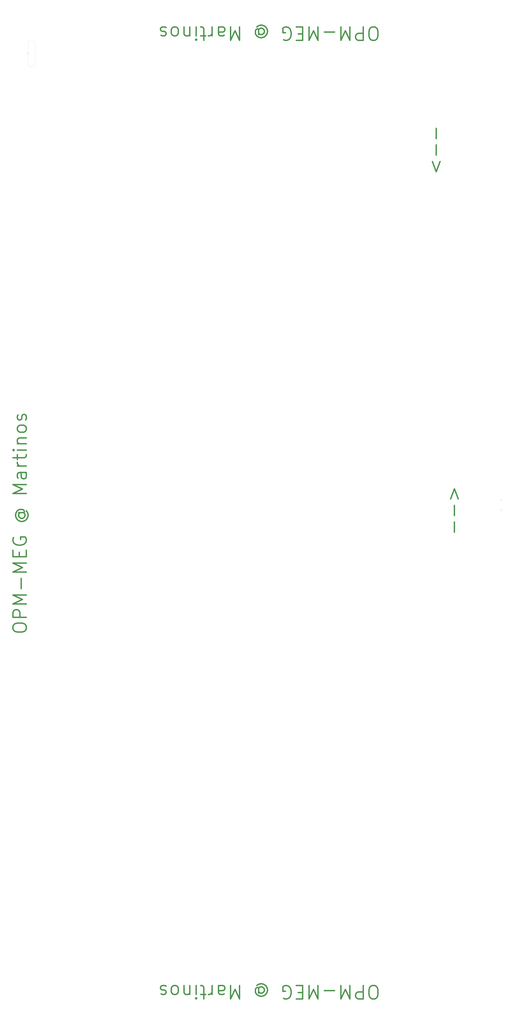
<source format=gbr>
%TF.GenerationSoftware,KiCad,Pcbnew,7.0.1-3b83917a11~172~ubuntu22.04.1*%
%TF.CreationDate,2023-12-10T14:44:59-05:00*%
%TF.ProjectId,coil_template_second,636f696c-5f74-4656-9d70-6c6174655f73,rev?*%
%TF.SameCoordinates,Original*%
%TF.FileFunction,Legend,Top*%
%TF.FilePolarity,Positive*%
%FSLAX46Y46*%
G04 Gerber Fmt 4.6, Leading zero omitted, Abs format (unit mm)*
G04 Created by KiCad (PCBNEW 7.0.1-3b83917a11~172~ubuntu22.04.1) date 2023-12-10 14:44:59*
%MOMM*%
%LPD*%
G01*
G04 APERTURE LIST*
%ADD10C,2.000000*%
%ADD11C,0.150000*%
%ADD12C,0.120000*%
G04 APERTURE END LIST*
D10*
X557619047Y-1470747619D02*
X553809523Y-1470747619D01*
X553809523Y-1470747619D02*
X551904761Y-1469795238D01*
X551904761Y-1469795238D02*
X549999999Y-1467890476D01*
X549999999Y-1467890476D02*
X549047618Y-1464080952D01*
X549047618Y-1464080952D02*
X549047618Y-1457414285D01*
X549047618Y-1457414285D02*
X549999999Y-1453604761D01*
X549999999Y-1453604761D02*
X551904761Y-1451700000D01*
X551904761Y-1451700000D02*
X553809523Y-1450747619D01*
X553809523Y-1450747619D02*
X557619047Y-1450747619D01*
X557619047Y-1450747619D02*
X559523809Y-1451700000D01*
X559523809Y-1451700000D02*
X561428571Y-1453604761D01*
X561428571Y-1453604761D02*
X562380952Y-1457414285D01*
X562380952Y-1457414285D02*
X562380952Y-1464080952D01*
X562380952Y-1464080952D02*
X561428571Y-1467890476D01*
X561428571Y-1467890476D02*
X559523809Y-1469795238D01*
X559523809Y-1469795238D02*
X557619047Y-1470747619D01*
X540476190Y-1450747619D02*
X540476190Y-1470747619D01*
X540476190Y-1470747619D02*
X532857142Y-1470747619D01*
X532857142Y-1470747619D02*
X530952380Y-1469795238D01*
X530952380Y-1469795238D02*
X529999999Y-1468842857D01*
X529999999Y-1468842857D02*
X529047618Y-1466938095D01*
X529047618Y-1466938095D02*
X529047618Y-1464080952D01*
X529047618Y-1464080952D02*
X529999999Y-1462176190D01*
X529999999Y-1462176190D02*
X530952380Y-1461223809D01*
X530952380Y-1461223809D02*
X532857142Y-1460271428D01*
X532857142Y-1460271428D02*
X540476190Y-1460271428D01*
X520476190Y-1450747619D02*
X520476190Y-1470747619D01*
X520476190Y-1470747619D02*
X513809523Y-1456461904D01*
X513809523Y-1456461904D02*
X507142856Y-1470747619D01*
X507142856Y-1470747619D02*
X507142856Y-1450747619D01*
X497619047Y-1458366666D02*
X482380952Y-1458366666D01*
X472857142Y-1450747619D02*
X472857142Y-1470747619D01*
X472857142Y-1470747619D02*
X466190475Y-1456461904D01*
X466190475Y-1456461904D02*
X459523808Y-1470747619D01*
X459523808Y-1470747619D02*
X459523808Y-1450747619D01*
X449999999Y-1461223809D02*
X443333332Y-1461223809D01*
X440476189Y-1450747619D02*
X449999999Y-1450747619D01*
X449999999Y-1450747619D02*
X449999999Y-1470747619D01*
X449999999Y-1470747619D02*
X440476189Y-1470747619D01*
X421428570Y-1469795238D02*
X423333332Y-1470747619D01*
X423333332Y-1470747619D02*
X426190475Y-1470747619D01*
X426190475Y-1470747619D02*
X429047618Y-1469795238D01*
X429047618Y-1469795238D02*
X430952380Y-1467890476D01*
X430952380Y-1467890476D02*
X431904761Y-1465985714D01*
X431904761Y-1465985714D02*
X432857142Y-1462176190D01*
X432857142Y-1462176190D02*
X432857142Y-1459319047D01*
X432857142Y-1459319047D02*
X431904761Y-1455509523D01*
X431904761Y-1455509523D02*
X430952380Y-1453604761D01*
X430952380Y-1453604761D02*
X429047618Y-1451700000D01*
X429047618Y-1451700000D02*
X426190475Y-1450747619D01*
X426190475Y-1450747619D02*
X424285713Y-1450747619D01*
X424285713Y-1450747619D02*
X421428570Y-1451700000D01*
X421428570Y-1451700000D02*
X420476189Y-1452652380D01*
X420476189Y-1452652380D02*
X420476189Y-1459319047D01*
X420476189Y-1459319047D02*
X424285713Y-1459319047D01*
X384285713Y-1460271428D02*
X385238094Y-1461223809D01*
X385238094Y-1461223809D02*
X387142856Y-1462176190D01*
X387142856Y-1462176190D02*
X389047618Y-1462176190D01*
X389047618Y-1462176190D02*
X390952380Y-1461223809D01*
X390952380Y-1461223809D02*
X391904761Y-1460271428D01*
X391904761Y-1460271428D02*
X392857142Y-1458366666D01*
X392857142Y-1458366666D02*
X392857142Y-1456461904D01*
X392857142Y-1456461904D02*
X391904761Y-1454557142D01*
X391904761Y-1454557142D02*
X390952380Y-1453604761D01*
X390952380Y-1453604761D02*
X389047618Y-1452652380D01*
X389047618Y-1452652380D02*
X387142856Y-1452652380D01*
X387142856Y-1452652380D02*
X385238094Y-1453604761D01*
X385238094Y-1453604761D02*
X384285713Y-1454557142D01*
X384285713Y-1462176190D02*
X384285713Y-1454557142D01*
X384285713Y-1454557142D02*
X383333332Y-1453604761D01*
X383333332Y-1453604761D02*
X382380951Y-1453604761D01*
X382380951Y-1453604761D02*
X380476190Y-1454557142D01*
X380476190Y-1454557142D02*
X379523809Y-1456461904D01*
X379523809Y-1456461904D02*
X379523809Y-1461223809D01*
X379523809Y-1461223809D02*
X381428571Y-1464080952D01*
X381428571Y-1464080952D02*
X384285713Y-1465985714D01*
X384285713Y-1465985714D02*
X388095237Y-1466938095D01*
X388095237Y-1466938095D02*
X391904761Y-1465985714D01*
X391904761Y-1465985714D02*
X394761904Y-1464080952D01*
X394761904Y-1464080952D02*
X396666666Y-1461223809D01*
X396666666Y-1461223809D02*
X397619047Y-1457414285D01*
X397619047Y-1457414285D02*
X396666666Y-1453604761D01*
X396666666Y-1453604761D02*
X394761904Y-1450747619D01*
X394761904Y-1450747619D02*
X391904761Y-1448842857D01*
X391904761Y-1448842857D02*
X388095237Y-1447890476D01*
X388095237Y-1447890476D02*
X384285713Y-1448842857D01*
X384285713Y-1448842857D02*
X381428571Y-1450747619D01*
X355714285Y-1450747619D02*
X355714285Y-1470747619D01*
X355714285Y-1470747619D02*
X349047618Y-1456461904D01*
X349047618Y-1456461904D02*
X342380951Y-1470747619D01*
X342380951Y-1470747619D02*
X342380951Y-1450747619D01*
X324285713Y-1450747619D02*
X324285713Y-1461223809D01*
X324285713Y-1461223809D02*
X325238094Y-1463128571D01*
X325238094Y-1463128571D02*
X327142856Y-1464080952D01*
X327142856Y-1464080952D02*
X330952380Y-1464080952D01*
X330952380Y-1464080952D02*
X332857142Y-1463128571D01*
X324285713Y-1451700000D02*
X326190475Y-1450747619D01*
X326190475Y-1450747619D02*
X330952380Y-1450747619D01*
X330952380Y-1450747619D02*
X332857142Y-1451700000D01*
X332857142Y-1451700000D02*
X333809523Y-1453604761D01*
X333809523Y-1453604761D02*
X333809523Y-1455509523D01*
X333809523Y-1455509523D02*
X332857142Y-1457414285D01*
X332857142Y-1457414285D02*
X330952380Y-1458366666D01*
X330952380Y-1458366666D02*
X326190475Y-1458366666D01*
X326190475Y-1458366666D02*
X324285713Y-1459319047D01*
X314761904Y-1450747619D02*
X314761904Y-1464080952D01*
X314761904Y-1460271428D02*
X313809523Y-1462176190D01*
X313809523Y-1462176190D02*
X312857142Y-1463128571D01*
X312857142Y-1463128571D02*
X310952380Y-1464080952D01*
X310952380Y-1464080952D02*
X309047618Y-1464080952D01*
X305238095Y-1464080952D02*
X297619047Y-1464080952D01*
X302380952Y-1470747619D02*
X302380952Y-1453604761D01*
X302380952Y-1453604761D02*
X301428571Y-1451700000D01*
X301428571Y-1451700000D02*
X299523809Y-1450747619D01*
X299523809Y-1450747619D02*
X297619047Y-1450747619D01*
X290952381Y-1450747619D02*
X290952381Y-1464080952D01*
X290952381Y-1470747619D02*
X291904762Y-1469795238D01*
X291904762Y-1469795238D02*
X290952381Y-1468842857D01*
X290952381Y-1468842857D02*
X290000000Y-1469795238D01*
X290000000Y-1469795238D02*
X290952381Y-1470747619D01*
X290952381Y-1470747619D02*
X290952381Y-1468842857D01*
X281428571Y-1464080952D02*
X281428571Y-1450747619D01*
X281428571Y-1462176190D02*
X280476190Y-1463128571D01*
X280476190Y-1463128571D02*
X278571428Y-1464080952D01*
X278571428Y-1464080952D02*
X275714285Y-1464080952D01*
X275714285Y-1464080952D02*
X273809523Y-1463128571D01*
X273809523Y-1463128571D02*
X272857142Y-1461223809D01*
X272857142Y-1461223809D02*
X272857142Y-1450747619D01*
X260476190Y-1450747619D02*
X262380952Y-1451700000D01*
X262380952Y-1451700000D02*
X263333333Y-1452652380D01*
X263333333Y-1452652380D02*
X264285714Y-1454557142D01*
X264285714Y-1454557142D02*
X264285714Y-1460271428D01*
X264285714Y-1460271428D02*
X263333333Y-1462176190D01*
X263333333Y-1462176190D02*
X262380952Y-1463128571D01*
X262380952Y-1463128571D02*
X260476190Y-1464080952D01*
X260476190Y-1464080952D02*
X257619047Y-1464080952D01*
X257619047Y-1464080952D02*
X255714285Y-1463128571D01*
X255714285Y-1463128571D02*
X254761904Y-1462176190D01*
X254761904Y-1462176190D02*
X253809523Y-1460271428D01*
X253809523Y-1460271428D02*
X253809523Y-1454557142D01*
X253809523Y-1454557142D02*
X254761904Y-1452652380D01*
X254761904Y-1452652380D02*
X255714285Y-1451700000D01*
X255714285Y-1451700000D02*
X257619047Y-1450747619D01*
X257619047Y-1450747619D02*
X260476190Y-1450747619D01*
X246190476Y-1451700000D02*
X244285714Y-1450747619D01*
X244285714Y-1450747619D02*
X240476190Y-1450747619D01*
X240476190Y-1450747619D02*
X238571428Y-1451700000D01*
X238571428Y-1451700000D02*
X237619047Y-1453604761D01*
X237619047Y-1453604761D02*
X237619047Y-1454557142D01*
X237619047Y-1454557142D02*
X238571428Y-1456461904D01*
X238571428Y-1456461904D02*
X240476190Y-1457414285D01*
X240476190Y-1457414285D02*
X243333333Y-1457414285D01*
X243333333Y-1457414285D02*
X245238095Y-1458366666D01*
X245238095Y-1458366666D02*
X246190476Y-1460271428D01*
X246190476Y-1460271428D02*
X246190476Y-1461223809D01*
X246190476Y-1461223809D02*
X245238095Y-1463128571D01*
X245238095Y-1463128571D02*
X243333333Y-1464080952D01*
X243333333Y-1464080952D02*
X240476190Y-1464080952D01*
X240476190Y-1464080952D02*
X238571428Y-1463128571D01*
X557619047Y-40747619D02*
X553809523Y-40747619D01*
X553809523Y-40747619D02*
X551904761Y-39795238D01*
X551904761Y-39795238D02*
X549999999Y-37890476D01*
X549999999Y-37890476D02*
X549047618Y-34080952D01*
X549047618Y-34080952D02*
X549047618Y-27414285D01*
X549047618Y-27414285D02*
X549999999Y-23604761D01*
X549999999Y-23604761D02*
X551904761Y-21700000D01*
X551904761Y-21700000D02*
X553809523Y-20747619D01*
X553809523Y-20747619D02*
X557619047Y-20747619D01*
X557619047Y-20747619D02*
X559523809Y-21700000D01*
X559523809Y-21700000D02*
X561428571Y-23604761D01*
X561428571Y-23604761D02*
X562380952Y-27414285D01*
X562380952Y-27414285D02*
X562380952Y-34080952D01*
X562380952Y-34080952D02*
X561428571Y-37890476D01*
X561428571Y-37890476D02*
X559523809Y-39795238D01*
X559523809Y-39795238D02*
X557619047Y-40747619D01*
X540476190Y-20747619D02*
X540476190Y-40747619D01*
X540476190Y-40747619D02*
X532857142Y-40747619D01*
X532857142Y-40747619D02*
X530952380Y-39795238D01*
X530952380Y-39795238D02*
X529999999Y-38842857D01*
X529999999Y-38842857D02*
X529047618Y-36938095D01*
X529047618Y-36938095D02*
X529047618Y-34080952D01*
X529047618Y-34080952D02*
X529999999Y-32176190D01*
X529999999Y-32176190D02*
X530952380Y-31223809D01*
X530952380Y-31223809D02*
X532857142Y-30271428D01*
X532857142Y-30271428D02*
X540476190Y-30271428D01*
X520476190Y-20747619D02*
X520476190Y-40747619D01*
X520476190Y-40747619D02*
X513809523Y-26461904D01*
X513809523Y-26461904D02*
X507142856Y-40747619D01*
X507142856Y-40747619D02*
X507142856Y-20747619D01*
X497619047Y-28366666D02*
X482380952Y-28366666D01*
X472857142Y-20747619D02*
X472857142Y-40747619D01*
X472857142Y-40747619D02*
X466190475Y-26461904D01*
X466190475Y-26461904D02*
X459523808Y-40747619D01*
X459523808Y-40747619D02*
X459523808Y-20747619D01*
X449999999Y-31223809D02*
X443333332Y-31223809D01*
X440476189Y-20747619D02*
X449999999Y-20747619D01*
X449999999Y-20747619D02*
X449999999Y-40747619D01*
X449999999Y-40747619D02*
X440476189Y-40747619D01*
X421428570Y-39795238D02*
X423333332Y-40747619D01*
X423333332Y-40747619D02*
X426190475Y-40747619D01*
X426190475Y-40747619D02*
X429047618Y-39795238D01*
X429047618Y-39795238D02*
X430952380Y-37890476D01*
X430952380Y-37890476D02*
X431904761Y-35985714D01*
X431904761Y-35985714D02*
X432857142Y-32176190D01*
X432857142Y-32176190D02*
X432857142Y-29319047D01*
X432857142Y-29319047D02*
X431904761Y-25509523D01*
X431904761Y-25509523D02*
X430952380Y-23604761D01*
X430952380Y-23604761D02*
X429047618Y-21700000D01*
X429047618Y-21700000D02*
X426190475Y-20747619D01*
X426190475Y-20747619D02*
X424285713Y-20747619D01*
X424285713Y-20747619D02*
X421428570Y-21700000D01*
X421428570Y-21700000D02*
X420476189Y-22652380D01*
X420476189Y-22652380D02*
X420476189Y-29319047D01*
X420476189Y-29319047D02*
X424285713Y-29319047D01*
X384285713Y-30271428D02*
X385238094Y-31223809D01*
X385238094Y-31223809D02*
X387142856Y-32176190D01*
X387142856Y-32176190D02*
X389047618Y-32176190D01*
X389047618Y-32176190D02*
X390952380Y-31223809D01*
X390952380Y-31223809D02*
X391904761Y-30271428D01*
X391904761Y-30271428D02*
X392857142Y-28366666D01*
X392857142Y-28366666D02*
X392857142Y-26461904D01*
X392857142Y-26461904D02*
X391904761Y-24557142D01*
X391904761Y-24557142D02*
X390952380Y-23604761D01*
X390952380Y-23604761D02*
X389047618Y-22652380D01*
X389047618Y-22652380D02*
X387142856Y-22652380D01*
X387142856Y-22652380D02*
X385238094Y-23604761D01*
X385238094Y-23604761D02*
X384285713Y-24557142D01*
X384285713Y-32176190D02*
X384285713Y-24557142D01*
X384285713Y-24557142D02*
X383333332Y-23604761D01*
X383333332Y-23604761D02*
X382380951Y-23604761D01*
X382380951Y-23604761D02*
X380476190Y-24557142D01*
X380476190Y-24557142D02*
X379523809Y-26461904D01*
X379523809Y-26461904D02*
X379523809Y-31223809D01*
X379523809Y-31223809D02*
X381428571Y-34080952D01*
X381428571Y-34080952D02*
X384285713Y-35985714D01*
X384285713Y-35985714D02*
X388095237Y-36938095D01*
X388095237Y-36938095D02*
X391904761Y-35985714D01*
X391904761Y-35985714D02*
X394761904Y-34080952D01*
X394761904Y-34080952D02*
X396666666Y-31223809D01*
X396666666Y-31223809D02*
X397619047Y-27414285D01*
X397619047Y-27414285D02*
X396666666Y-23604761D01*
X396666666Y-23604761D02*
X394761904Y-20747619D01*
X394761904Y-20747619D02*
X391904761Y-18842857D01*
X391904761Y-18842857D02*
X388095237Y-17890476D01*
X388095237Y-17890476D02*
X384285713Y-18842857D01*
X384285713Y-18842857D02*
X381428571Y-20747619D01*
X355714285Y-20747619D02*
X355714285Y-40747619D01*
X355714285Y-40747619D02*
X349047618Y-26461904D01*
X349047618Y-26461904D02*
X342380951Y-40747619D01*
X342380951Y-40747619D02*
X342380951Y-20747619D01*
X324285713Y-20747619D02*
X324285713Y-31223809D01*
X324285713Y-31223809D02*
X325238094Y-33128571D01*
X325238094Y-33128571D02*
X327142856Y-34080952D01*
X327142856Y-34080952D02*
X330952380Y-34080952D01*
X330952380Y-34080952D02*
X332857142Y-33128571D01*
X324285713Y-21700000D02*
X326190475Y-20747619D01*
X326190475Y-20747619D02*
X330952380Y-20747619D01*
X330952380Y-20747619D02*
X332857142Y-21700000D01*
X332857142Y-21700000D02*
X333809523Y-23604761D01*
X333809523Y-23604761D02*
X333809523Y-25509523D01*
X333809523Y-25509523D02*
X332857142Y-27414285D01*
X332857142Y-27414285D02*
X330952380Y-28366666D01*
X330952380Y-28366666D02*
X326190475Y-28366666D01*
X326190475Y-28366666D02*
X324285713Y-29319047D01*
X314761904Y-20747619D02*
X314761904Y-34080952D01*
X314761904Y-30271428D02*
X313809523Y-32176190D01*
X313809523Y-32176190D02*
X312857142Y-33128571D01*
X312857142Y-33128571D02*
X310952380Y-34080952D01*
X310952380Y-34080952D02*
X309047618Y-34080952D01*
X305238095Y-34080952D02*
X297619047Y-34080952D01*
X302380952Y-40747619D02*
X302380952Y-23604761D01*
X302380952Y-23604761D02*
X301428571Y-21700000D01*
X301428571Y-21700000D02*
X299523809Y-20747619D01*
X299523809Y-20747619D02*
X297619047Y-20747619D01*
X290952381Y-20747619D02*
X290952381Y-34080952D01*
X290952381Y-40747619D02*
X291904762Y-39795238D01*
X291904762Y-39795238D02*
X290952381Y-38842857D01*
X290952381Y-38842857D02*
X290000000Y-39795238D01*
X290000000Y-39795238D02*
X290952381Y-40747619D01*
X290952381Y-40747619D02*
X290952381Y-38842857D01*
X281428571Y-34080952D02*
X281428571Y-20747619D01*
X281428571Y-32176190D02*
X280476190Y-33128571D01*
X280476190Y-33128571D02*
X278571428Y-34080952D01*
X278571428Y-34080952D02*
X275714285Y-34080952D01*
X275714285Y-34080952D02*
X273809523Y-33128571D01*
X273809523Y-33128571D02*
X272857142Y-31223809D01*
X272857142Y-31223809D02*
X272857142Y-20747619D01*
X260476190Y-20747619D02*
X262380952Y-21700000D01*
X262380952Y-21700000D02*
X263333333Y-22652380D01*
X263333333Y-22652380D02*
X264285714Y-24557142D01*
X264285714Y-24557142D02*
X264285714Y-30271428D01*
X264285714Y-30271428D02*
X263333333Y-32176190D01*
X263333333Y-32176190D02*
X262380952Y-33128571D01*
X262380952Y-33128571D02*
X260476190Y-34080952D01*
X260476190Y-34080952D02*
X257619047Y-34080952D01*
X257619047Y-34080952D02*
X255714285Y-33128571D01*
X255714285Y-33128571D02*
X254761904Y-32176190D01*
X254761904Y-32176190D02*
X253809523Y-30271428D01*
X253809523Y-30271428D02*
X253809523Y-24557142D01*
X253809523Y-24557142D02*
X254761904Y-22652380D01*
X254761904Y-22652380D02*
X255714285Y-21700000D01*
X255714285Y-21700000D02*
X257619047Y-20747619D01*
X257619047Y-20747619D02*
X260476190Y-20747619D01*
X246190476Y-21700000D02*
X244285714Y-20747619D01*
X244285714Y-20747619D02*
X240476190Y-20747619D01*
X240476190Y-20747619D02*
X238571428Y-21700000D01*
X238571428Y-21700000D02*
X237619047Y-23604761D01*
X237619047Y-23604761D02*
X237619047Y-24557142D01*
X237619047Y-24557142D02*
X238571428Y-26461904D01*
X238571428Y-26461904D02*
X240476190Y-27414285D01*
X240476190Y-27414285D02*
X243333333Y-27414285D01*
X243333333Y-27414285D02*
X245238095Y-28366666D01*
X245238095Y-28366666D02*
X246190476Y-30271428D01*
X246190476Y-30271428D02*
X246190476Y-31223809D01*
X246190476Y-31223809D02*
X245238095Y-33128571D01*
X245238095Y-33128571D02*
X243333333Y-34080952D01*
X243333333Y-34080952D02*
X240476190Y-34080952D01*
X240476190Y-34080952D02*
X238571428Y-33128571D01*
X17284077Y-918644629D02*
X17284077Y-914835105D01*
X17284077Y-914835105D02*
X18236458Y-912930343D01*
X18236458Y-912930343D02*
X20141220Y-911025581D01*
X20141220Y-911025581D02*
X23950744Y-910073200D01*
X23950744Y-910073200D02*
X30617411Y-910073200D01*
X30617411Y-910073200D02*
X34426935Y-911025581D01*
X34426935Y-911025581D02*
X36331697Y-912930343D01*
X36331697Y-912930343D02*
X37284077Y-914835105D01*
X37284077Y-914835105D02*
X37284077Y-918644629D01*
X37284077Y-918644629D02*
X36331697Y-920549391D01*
X36331697Y-920549391D02*
X34426935Y-922454153D01*
X34426935Y-922454153D02*
X30617411Y-923406534D01*
X30617411Y-923406534D02*
X23950744Y-923406534D01*
X23950744Y-923406534D02*
X20141220Y-922454153D01*
X20141220Y-922454153D02*
X18236458Y-920549391D01*
X18236458Y-920549391D02*
X17284077Y-918644629D01*
X37284077Y-901501772D02*
X17284077Y-901501772D01*
X17284077Y-901501772D02*
X17284077Y-893882724D01*
X17284077Y-893882724D02*
X18236458Y-891977962D01*
X18236458Y-891977962D02*
X19188839Y-891025581D01*
X19188839Y-891025581D02*
X21093601Y-890073200D01*
X21093601Y-890073200D02*
X23950744Y-890073200D01*
X23950744Y-890073200D02*
X25855506Y-891025581D01*
X25855506Y-891025581D02*
X26807887Y-891977962D01*
X26807887Y-891977962D02*
X27760268Y-893882724D01*
X27760268Y-893882724D02*
X27760268Y-901501772D01*
X37284077Y-881501772D02*
X17284077Y-881501772D01*
X17284077Y-881501772D02*
X31569792Y-874835105D01*
X31569792Y-874835105D02*
X17284077Y-868168438D01*
X17284077Y-868168438D02*
X37284077Y-868168438D01*
X29665030Y-858644629D02*
X29665030Y-843406534D01*
X37284077Y-833882724D02*
X17284077Y-833882724D01*
X17284077Y-833882724D02*
X31569792Y-827216057D01*
X31569792Y-827216057D02*
X17284077Y-820549390D01*
X17284077Y-820549390D02*
X37284077Y-820549390D01*
X26807887Y-811025581D02*
X26807887Y-804358914D01*
X37284077Y-801501771D02*
X37284077Y-811025581D01*
X37284077Y-811025581D02*
X17284077Y-811025581D01*
X17284077Y-811025581D02*
X17284077Y-801501771D01*
X18236458Y-782454152D02*
X17284077Y-784358914D01*
X17284077Y-784358914D02*
X17284077Y-787216057D01*
X17284077Y-787216057D02*
X18236458Y-790073200D01*
X18236458Y-790073200D02*
X20141220Y-791977962D01*
X20141220Y-791977962D02*
X22045982Y-792930343D01*
X22045982Y-792930343D02*
X25855506Y-793882724D01*
X25855506Y-793882724D02*
X28712649Y-793882724D01*
X28712649Y-793882724D02*
X32522173Y-792930343D01*
X32522173Y-792930343D02*
X34426935Y-791977962D01*
X34426935Y-791977962D02*
X36331697Y-790073200D01*
X36331697Y-790073200D02*
X37284077Y-787216057D01*
X37284077Y-787216057D02*
X37284077Y-785311295D01*
X37284077Y-785311295D02*
X36331697Y-782454152D01*
X36331697Y-782454152D02*
X35379316Y-781501771D01*
X35379316Y-781501771D02*
X28712649Y-781501771D01*
X28712649Y-781501771D02*
X28712649Y-785311295D01*
X27760268Y-745311295D02*
X26807887Y-746263676D01*
X26807887Y-746263676D02*
X25855506Y-748168438D01*
X25855506Y-748168438D02*
X25855506Y-750073200D01*
X25855506Y-750073200D02*
X26807887Y-751977962D01*
X26807887Y-751977962D02*
X27760268Y-752930343D01*
X27760268Y-752930343D02*
X29665030Y-753882724D01*
X29665030Y-753882724D02*
X31569792Y-753882724D01*
X31569792Y-753882724D02*
X33474554Y-752930343D01*
X33474554Y-752930343D02*
X34426935Y-751977962D01*
X34426935Y-751977962D02*
X35379316Y-750073200D01*
X35379316Y-750073200D02*
X35379316Y-748168438D01*
X35379316Y-748168438D02*
X34426935Y-746263676D01*
X34426935Y-746263676D02*
X33474554Y-745311295D01*
X25855506Y-745311295D02*
X33474554Y-745311295D01*
X33474554Y-745311295D02*
X34426935Y-744358914D01*
X34426935Y-744358914D02*
X34426935Y-743406533D01*
X34426935Y-743406533D02*
X33474554Y-741501772D01*
X33474554Y-741501772D02*
X31569792Y-740549391D01*
X31569792Y-740549391D02*
X26807887Y-740549391D01*
X26807887Y-740549391D02*
X23950744Y-742454153D01*
X23950744Y-742454153D02*
X22045982Y-745311295D01*
X22045982Y-745311295D02*
X21093601Y-749120819D01*
X21093601Y-749120819D02*
X22045982Y-752930343D01*
X22045982Y-752930343D02*
X23950744Y-755787486D01*
X23950744Y-755787486D02*
X26807887Y-757692248D01*
X26807887Y-757692248D02*
X30617411Y-758644629D01*
X30617411Y-758644629D02*
X34426935Y-757692248D01*
X34426935Y-757692248D02*
X37284077Y-755787486D01*
X37284077Y-755787486D02*
X39188839Y-752930343D01*
X39188839Y-752930343D02*
X40141220Y-749120819D01*
X40141220Y-749120819D02*
X39188839Y-745311295D01*
X39188839Y-745311295D02*
X37284077Y-742454153D01*
X37284077Y-716739867D02*
X17284077Y-716739867D01*
X17284077Y-716739867D02*
X31569792Y-710073200D01*
X31569792Y-710073200D02*
X17284077Y-703406533D01*
X17284077Y-703406533D02*
X37284077Y-703406533D01*
X37284077Y-685311295D02*
X26807887Y-685311295D01*
X26807887Y-685311295D02*
X24903125Y-686263676D01*
X24903125Y-686263676D02*
X23950744Y-688168438D01*
X23950744Y-688168438D02*
X23950744Y-691977962D01*
X23950744Y-691977962D02*
X24903125Y-693882724D01*
X36331697Y-685311295D02*
X37284077Y-687216057D01*
X37284077Y-687216057D02*
X37284077Y-691977962D01*
X37284077Y-691977962D02*
X36331697Y-693882724D01*
X36331697Y-693882724D02*
X34426935Y-694835105D01*
X34426935Y-694835105D02*
X32522173Y-694835105D01*
X32522173Y-694835105D02*
X30617411Y-693882724D01*
X30617411Y-693882724D02*
X29665030Y-691977962D01*
X29665030Y-691977962D02*
X29665030Y-687216057D01*
X29665030Y-687216057D02*
X28712649Y-685311295D01*
X37284077Y-675787486D02*
X23950744Y-675787486D01*
X27760268Y-675787486D02*
X25855506Y-674835105D01*
X25855506Y-674835105D02*
X24903125Y-673882724D01*
X24903125Y-673882724D02*
X23950744Y-671977962D01*
X23950744Y-671977962D02*
X23950744Y-670073200D01*
X23950744Y-666263677D02*
X23950744Y-658644629D01*
X17284077Y-663406534D02*
X34426935Y-663406534D01*
X34426935Y-663406534D02*
X36331697Y-662454153D01*
X36331697Y-662454153D02*
X37284077Y-660549391D01*
X37284077Y-660549391D02*
X37284077Y-658644629D01*
X37284077Y-651977963D02*
X23950744Y-651977963D01*
X17284077Y-651977963D02*
X18236458Y-652930344D01*
X18236458Y-652930344D02*
X19188839Y-651977963D01*
X19188839Y-651977963D02*
X18236458Y-651025582D01*
X18236458Y-651025582D02*
X17284077Y-651977963D01*
X17284077Y-651977963D02*
X19188839Y-651977963D01*
X23950744Y-642454153D02*
X37284077Y-642454153D01*
X25855506Y-642454153D02*
X24903125Y-641501772D01*
X24903125Y-641501772D02*
X23950744Y-639597010D01*
X23950744Y-639597010D02*
X23950744Y-636739867D01*
X23950744Y-636739867D02*
X24903125Y-634835105D01*
X24903125Y-634835105D02*
X26807887Y-633882724D01*
X26807887Y-633882724D02*
X37284077Y-633882724D01*
X37284077Y-621501772D02*
X36331697Y-623406534D01*
X36331697Y-623406534D02*
X35379316Y-624358915D01*
X35379316Y-624358915D02*
X33474554Y-625311296D01*
X33474554Y-625311296D02*
X27760268Y-625311296D01*
X27760268Y-625311296D02*
X25855506Y-624358915D01*
X25855506Y-624358915D02*
X24903125Y-623406534D01*
X24903125Y-623406534D02*
X23950744Y-621501772D01*
X23950744Y-621501772D02*
X23950744Y-618644629D01*
X23950744Y-618644629D02*
X24903125Y-616739867D01*
X24903125Y-616739867D02*
X25855506Y-615787486D01*
X25855506Y-615787486D02*
X27760268Y-614835105D01*
X27760268Y-614835105D02*
X33474554Y-614835105D01*
X33474554Y-614835105D02*
X35379316Y-615787486D01*
X35379316Y-615787486D02*
X36331697Y-616739867D01*
X36331697Y-616739867D02*
X37284077Y-618644629D01*
X37284077Y-618644629D02*
X37284077Y-621501772D01*
X36331697Y-607216058D02*
X37284077Y-605311296D01*
X37284077Y-605311296D02*
X37284077Y-601501772D01*
X37284077Y-601501772D02*
X36331697Y-599597010D01*
X36331697Y-599597010D02*
X34426935Y-598644629D01*
X34426935Y-598644629D02*
X33474554Y-598644629D01*
X33474554Y-598644629D02*
X31569792Y-599597010D01*
X31569792Y-599597010D02*
X30617411Y-601501772D01*
X30617411Y-601501772D02*
X30617411Y-604358915D01*
X30617411Y-604358915D02*
X29665030Y-606263677D01*
X29665030Y-606263677D02*
X27760268Y-607216058D01*
X27760268Y-607216058D02*
X26807887Y-607216058D01*
X26807887Y-607216058D02*
X24903125Y-606263677D01*
X24903125Y-606263677D02*
X23950744Y-604358915D01*
X23950744Y-604358915D02*
X23950744Y-601501772D01*
X23950744Y-601501772D02*
X24903125Y-599597010D01*
X649471456Y-171965734D02*
X649471456Y-187203830D01*
X649471456Y-196727639D02*
X649471456Y-211965735D01*
X655185742Y-221489544D02*
X649471456Y-236727640D01*
X649471456Y-236727640D02*
X643757170Y-221489544D01*
X676622326Y-774478236D02*
X676622326Y-759240141D01*
X676622326Y-749716331D02*
X676622326Y-734478236D01*
X670908040Y-724954426D02*
X676622326Y-709716331D01*
X676622326Y-709716331D02*
X682336612Y-724954426D01*
D11*
%TO.C,J1*%
X38462619Y-60588333D02*
X39176904Y-60588333D01*
X39176904Y-60588333D02*
X39319761Y-60635952D01*
X39319761Y-60635952D02*
X39415000Y-60731190D01*
X39415000Y-60731190D02*
X39462619Y-60874047D01*
X39462619Y-60874047D02*
X39462619Y-60969285D01*
X39462619Y-59588333D02*
X39462619Y-60159761D01*
X39462619Y-59874047D02*
X38462619Y-59874047D01*
X38462619Y-59874047D02*
X38605476Y-59969285D01*
X38605476Y-59969285D02*
X38700714Y-60064523D01*
X38700714Y-60064523D02*
X38748333Y-60159761D01*
%TO.C,J2*%
X746232946Y-726083556D02*
X746232946Y-726797841D01*
X746232946Y-726797841D02*
X746185327Y-726940698D01*
X746185327Y-726940698D02*
X746090089Y-727035937D01*
X746090089Y-727035937D02*
X745947232Y-727083556D01*
X745947232Y-727083556D02*
X745851994Y-727083556D01*
X746661518Y-726178794D02*
X746709137Y-726131175D01*
X746709137Y-726131175D02*
X746804375Y-726083556D01*
X746804375Y-726083556D02*
X747042470Y-726083556D01*
X747042470Y-726083556D02*
X747137708Y-726131175D01*
X747137708Y-726131175D02*
X747185327Y-726178794D01*
X747185327Y-726178794D02*
X747232946Y-726274032D01*
X747232946Y-726274032D02*
X747232946Y-726369270D01*
X747232946Y-726369270D02*
X747185327Y-726512127D01*
X747185327Y-726512127D02*
X746613899Y-727083556D01*
X746613899Y-727083556D02*
X747232946Y-727083556D01*
%TO.C,J1*%
X746232666Y-740675174D02*
X746232666Y-741389459D01*
X746232666Y-741389459D02*
X746185047Y-741532316D01*
X746185047Y-741532316D02*
X746089809Y-741627555D01*
X746089809Y-741627555D02*
X745946952Y-741675174D01*
X745946952Y-741675174D02*
X745851714Y-741675174D01*
X747232666Y-741675174D02*
X746661238Y-741675174D01*
X746946952Y-741675174D02*
X746946952Y-740675174D01*
X746946952Y-740675174D02*
X746851714Y-740818031D01*
X746851714Y-740818031D02*
X746756476Y-740913269D01*
X746756476Y-740913269D02*
X746661238Y-740960888D01*
D12*
X39990000Y-45240000D02*
X39990000Y-75240000D01*
X50490000Y-75240000D02*
X50490000Y-45240000D01*
X50490000Y-45240000D02*
G75*
G03*
X39990000Y-45240000I-5250000J0D01*
G01*
X39990000Y-75240000D02*
G75*
G03*
X50490000Y-75240000I5250000J0D01*
G01*
%TD*%
M02*

</source>
